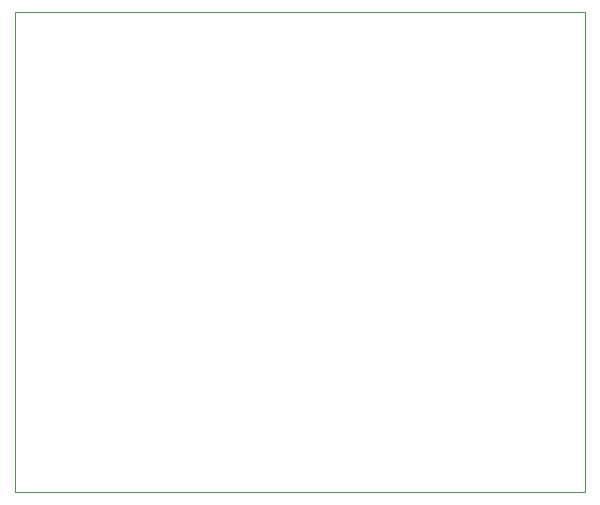
<source format=gbr>
%TF.GenerationSoftware,KiCad,Pcbnew,7.0.10*%
%TF.CreationDate,2024-01-18T11:30:15-08:00*%
%TF.ProjectId,week2,7765656b-322e-46b6-9963-61645f706362,rev?*%
%TF.SameCoordinates,Original*%
%TF.FileFunction,Profile,NP*%
%FSLAX46Y46*%
G04 Gerber Fmt 4.6, Leading zero omitted, Abs format (unit mm)*
G04 Created by KiCad (PCBNEW 7.0.10) date 2024-01-18 11:30:15*
%MOMM*%
%LPD*%
G01*
G04 APERTURE LIST*
%TA.AperFunction,Profile*%
%ADD10C,0.100000*%
%TD*%
G04 APERTURE END LIST*
D10*
X144780000Y-83820000D02*
X193040000Y-83820000D01*
X193040000Y-124460000D01*
X144780000Y-124460000D01*
X144780000Y-83820000D01*
M02*

</source>
